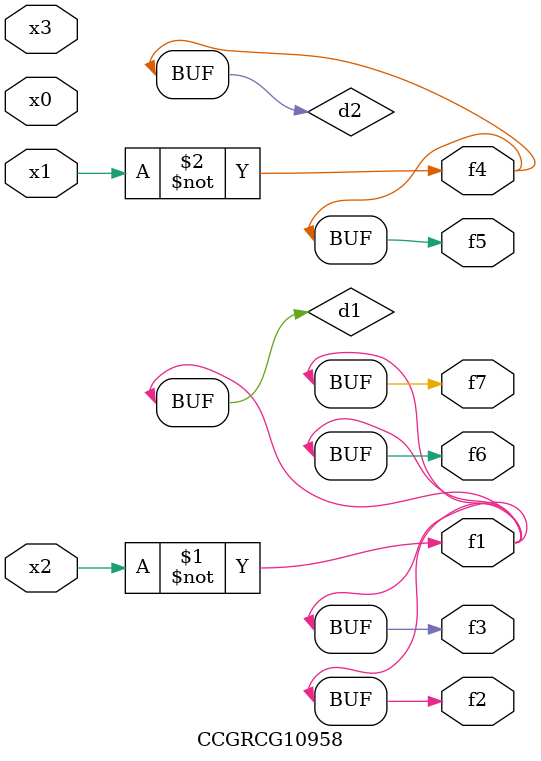
<source format=v>
module CCGRCG10958(
	input x0, x1, x2, x3,
	output f1, f2, f3, f4, f5, f6, f7
);

	wire d1, d2;

	xnor (d1, x2);
	not (d2, x1);
	assign f1 = d1;
	assign f2 = d1;
	assign f3 = d1;
	assign f4 = d2;
	assign f5 = d2;
	assign f6 = d1;
	assign f7 = d1;
endmodule

</source>
